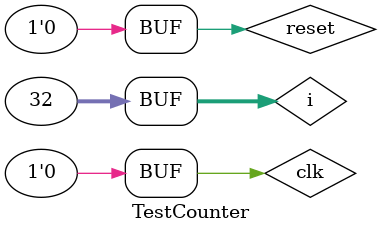
<source format=v>
module TestCounter;
// Inputs
reg clk;
reg reset;
// Outputs
wire [3:0] q;
// Instantiate the Unit Under Test (UUT)
SynCounter4bit uut (
.clk(clk), 
.reset(reset), 
.q(q)
);
integer i;
initial begin
// Initialize Inputs
clk = 0;
reset = 0;
#10;
reset = 1;
#10;
reset = 0;
// Wait 10 ns for global reset to finish
#10;
for (i=0;i<32;i=i+1)
#10 clk = ~clk;
 // Add stimulus here
end
 endmodule
</source>
